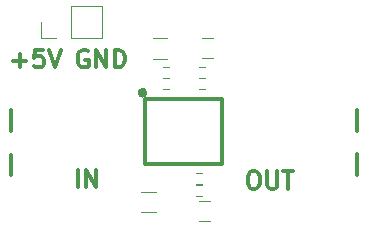
<source format=gto>
G04 #@! TF.FileFunction,Legend,Top*
%FSLAX46Y46*%
G04 Gerber Fmt 4.6, Leading zero omitted, Abs format (unit mm)*
G04 Created by KiCad (PCBNEW 4.0.6-e0-6349~53~ubuntu14.04.1) date Thu Apr 13 00:44:52 2017*
%MOMM*%
%LPD*%
G01*
G04 APERTURE LIST*
%ADD10C,0.100000*%
%ADD11C,0.300000*%
%ADD12C,0.120000*%
G04 APERTURE END LIST*
D10*
D11*
X150775000Y-94378571D02*
X151060714Y-94378571D01*
X151203572Y-94450000D01*
X151346429Y-94592857D01*
X151417857Y-94878571D01*
X151417857Y-95378571D01*
X151346429Y-95664286D01*
X151203572Y-95807143D01*
X151060714Y-95878571D01*
X150775000Y-95878571D01*
X150632143Y-95807143D01*
X150489286Y-95664286D01*
X150417857Y-95378571D01*
X150417857Y-94878571D01*
X150489286Y-94592857D01*
X150632143Y-94450000D01*
X150775000Y-94378571D01*
X152060715Y-94378571D02*
X152060715Y-95592857D01*
X152132143Y-95735714D01*
X152203572Y-95807143D01*
X152346429Y-95878571D01*
X152632143Y-95878571D01*
X152775001Y-95807143D01*
X152846429Y-95735714D01*
X152917858Y-95592857D01*
X152917858Y-94378571D01*
X153417858Y-94378571D02*
X154275001Y-94378571D01*
X153846430Y-95878571D02*
X153846430Y-94378571D01*
X136014286Y-95753571D02*
X136014286Y-94253571D01*
X136728572Y-95753571D02*
X136728572Y-94253571D01*
X137585715Y-95753571D01*
X137585715Y-94253571D01*
X136857143Y-84175000D02*
X136714286Y-84103571D01*
X136500000Y-84103571D01*
X136285715Y-84175000D01*
X136142857Y-84317857D01*
X136071429Y-84460714D01*
X136000000Y-84746429D01*
X136000000Y-84960714D01*
X136071429Y-85246429D01*
X136142857Y-85389286D01*
X136285715Y-85532143D01*
X136500000Y-85603571D01*
X136642857Y-85603571D01*
X136857143Y-85532143D01*
X136928572Y-85460714D01*
X136928572Y-84960714D01*
X136642857Y-84960714D01*
X137571429Y-85603571D02*
X137571429Y-84103571D01*
X138428572Y-85603571D01*
X138428572Y-84103571D01*
X139142858Y-85603571D02*
X139142858Y-84103571D01*
X139500001Y-84103571D01*
X139714286Y-84175000D01*
X139857144Y-84317857D01*
X139928572Y-84460714D01*
X140000001Y-84746429D01*
X140000001Y-84960714D01*
X139928572Y-85246429D01*
X139857144Y-85389286D01*
X139714286Y-85532143D01*
X139500001Y-85603571D01*
X139142858Y-85603571D01*
X130521429Y-85032143D02*
X131664286Y-85032143D01*
X131092857Y-85603571D02*
X131092857Y-84460714D01*
X133092858Y-84103571D02*
X132378572Y-84103571D01*
X132307143Y-84817857D01*
X132378572Y-84746429D01*
X132521429Y-84675000D01*
X132878572Y-84675000D01*
X133021429Y-84746429D01*
X133092858Y-84817857D01*
X133164286Y-84960714D01*
X133164286Y-85317857D01*
X133092858Y-85460714D01*
X133021429Y-85532143D01*
X132878572Y-85603571D01*
X132521429Y-85603571D01*
X132378572Y-85532143D01*
X132307143Y-85460714D01*
X133592857Y-84103571D02*
X134092857Y-85603571D01*
X134592857Y-84103571D01*
D12*
X147500000Y-83150000D02*
X146500000Y-83150000D01*
X146500000Y-84850000D02*
X147500000Y-84850000D01*
X146750000Y-85530000D02*
X146250000Y-85530000D01*
X146250000Y-86470000D02*
X146750000Y-86470000D01*
X146750000Y-86530000D02*
X146250000Y-86530000D01*
X146250000Y-87470000D02*
X146750000Y-87470000D01*
X147250000Y-96900000D02*
X146250000Y-96900000D01*
X146250000Y-98600000D02*
X147250000Y-98600000D01*
X146500000Y-94530000D02*
X146000000Y-94530000D01*
X146000000Y-95470000D02*
X146500000Y-95470000D01*
X146500000Y-95530000D02*
X146000000Y-95530000D01*
X146000000Y-96470000D02*
X146500000Y-96470000D01*
X143250000Y-86470000D02*
X143750000Y-86470000D01*
X143750000Y-85530000D02*
X143250000Y-85530000D01*
X143250000Y-87470000D02*
X143750000Y-87470000D01*
X143750000Y-86530000D02*
X143250000Y-86530000D01*
D11*
X130325000Y-93000000D02*
X130325000Y-94750000D01*
X130325000Y-89250000D02*
X130325000Y-91000000D01*
X159675000Y-90975000D02*
X159675000Y-89225000D01*
X159675000Y-94725000D02*
X159675000Y-92975000D01*
D12*
X142400000Y-83120000D02*
X143600000Y-83120000D01*
X143600000Y-84880000D02*
X142400000Y-84880000D01*
X141400000Y-96120000D02*
X142600000Y-96120000D01*
X142600000Y-97880000D02*
X141400000Y-97880000D01*
D11*
X141750000Y-87750000D02*
G75*
G03X141750000Y-87750000I-250000J0D01*
G01*
X141750000Y-88250000D02*
X142250000Y-88250000D01*
X141750000Y-93750000D02*
X141750000Y-88250000D01*
X148250000Y-93750000D02*
X141750000Y-93750000D01*
X148250000Y-88250000D02*
X148250000Y-93750000D01*
X142000000Y-88250000D02*
X148250000Y-88250000D01*
D12*
X135480000Y-83080000D02*
X138080000Y-83080000D01*
X138080000Y-83080000D02*
X138080000Y-80420000D01*
X138080000Y-80420000D02*
X135480000Y-80420000D01*
X135480000Y-80420000D02*
X135480000Y-83080000D01*
X134210000Y-83080000D02*
X132880000Y-83080000D01*
X132880000Y-83080000D02*
X132880000Y-81750000D01*
M02*

</source>
